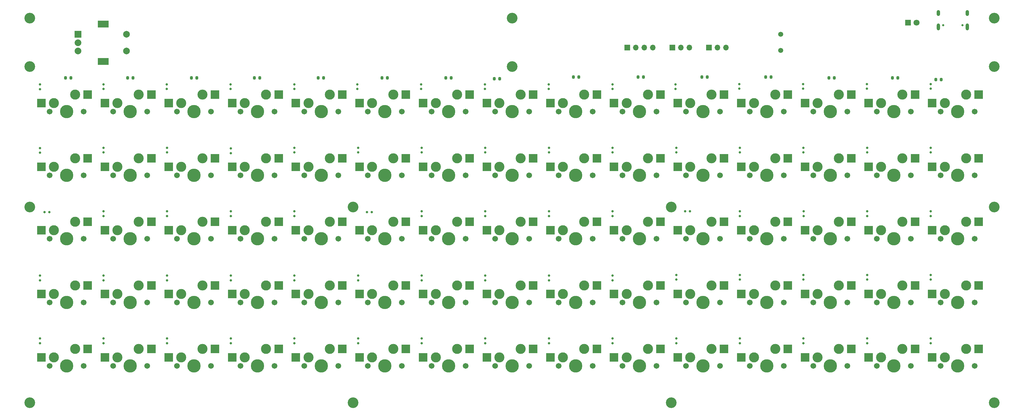
<source format=gbr>
%TF.GenerationSoftware,KiCad,Pcbnew,8.0.1*%
%TF.CreationDate,2024-06-12T21:18:42+02:00*%
%TF.ProjectId,Keyboard,4b657962-6f61-4726-942e-6b696361645f,rev?*%
%TF.SameCoordinates,Original*%
%TF.FileFunction,Soldermask,Bot*%
%TF.FilePolarity,Negative*%
%FSLAX46Y46*%
G04 Gerber Fmt 4.6, Leading zero omitted, Abs format (unit mm)*
G04 Created by KiCad (PCBNEW 8.0.1) date 2024-06-12 21:18:42*
%MOMM*%
%LPD*%
G01*
G04 APERTURE LIST*
G04 Aperture macros list*
%AMRoundRect*
0 Rectangle with rounded corners*
0 $1 Rounding radius*
0 $2 $3 $4 $5 $6 $7 $8 $9 X,Y pos of 4 corners*
0 Add a 4 corners polygon primitive as box body*
4,1,4,$2,$3,$4,$5,$6,$7,$8,$9,$2,$3,0*
0 Add four circle primitives for the rounded corners*
1,1,$1+$1,$2,$3*
1,1,$1+$1,$4,$5*
1,1,$1+$1,$6,$7*
1,1,$1+$1,$8,$9*
0 Add four rect primitives between the rounded corners*
20,1,$1+$1,$2,$3,$4,$5,0*
20,1,$1+$1,$4,$5,$6,$7,0*
20,1,$1+$1,$6,$7,$8,$9,0*
20,1,$1+$1,$8,$9,$2,$3,0*%
G04 Aperture macros list end*
%ADD10C,1.701800*%
%ADD11C,3.000000*%
%ADD12C,3.987800*%
%ADD13R,2.550000X2.500000*%
%ADD14R,1.700000X1.700000*%
%ADD15O,1.700000X1.700000*%
%ADD16C,3.200000*%
%ADD17R,2.000000X2.000000*%
%ADD18C,2.000000*%
%ADD19R,3.200000X2.000000*%
%ADD20R,1.800000X1.800000*%
%ADD21C,1.800000*%
%ADD22C,1.500000*%
%ADD23C,0.650000*%
%ADD24O,1.000000X2.100000*%
%ADD25O,1.000000X1.800000*%
%ADD26RoundRect,0.150000X0.200000X-0.150000X0.200000X0.150000X-0.200000X0.150000X-0.200000X-0.150000X0*%
%ADD27RoundRect,0.200000X-0.200000X-0.275000X0.200000X-0.275000X0.200000X0.275000X-0.200000X0.275000X0*%
%ADD28RoundRect,0.150000X0.150000X0.200000X-0.150000X0.200000X-0.150000X-0.200000X0.150000X-0.200000X0*%
G04 APERTURE END LIST*
D10*
%TO.C,SW42*%
X288940000Y-147000000D03*
D11*
X290210000Y-144460000D03*
D12*
X294020000Y-147000000D03*
D11*
X296560000Y-141920000D03*
D10*
X299100000Y-147000000D03*
D13*
X300310000Y-141920000D03*
X286460000Y-144460000D03*
%TD*%
D10*
%TO.C,SW65*%
X155940000Y-185000000D03*
D11*
X157210000Y-182460000D03*
D12*
X161020000Y-185000000D03*
D11*
X163560000Y-179920000D03*
D10*
X166100000Y-185000000D03*
D13*
X167310000Y-179920000D03*
X153460000Y-182460000D03*
%TD*%
D14*
%TO.C,J3*%
X276771000Y-89821000D03*
D15*
X279311000Y-89821000D03*
X281851000Y-89821000D03*
%TD*%
D10*
%TO.C,SW67*%
X193940000Y-185000000D03*
D11*
X195210000Y-182460000D03*
D12*
X199020000Y-185000000D03*
D11*
X201560000Y-179920000D03*
D10*
X204100000Y-185000000D03*
D13*
X205310000Y-179920000D03*
X191460000Y-182460000D03*
%TD*%
D14*
%TO.C,J2*%
X265849000Y-89821000D03*
D15*
X268389000Y-89821000D03*
X270929000Y-89821000D03*
%TD*%
D10*
%TO.C,SW27*%
X288940000Y-128000000D03*
D11*
X290210000Y-125460000D03*
D12*
X294020000Y-128000000D03*
D11*
X296560000Y-122920000D03*
D10*
X299100000Y-128000000D03*
D13*
X300310000Y-122920000D03*
X286460000Y-125460000D03*
%TD*%
D10*
%TO.C,SW21*%
X174940000Y-128000000D03*
D11*
X176210000Y-125460000D03*
D12*
X180020000Y-128000000D03*
D11*
X182560000Y-122920000D03*
D10*
X185100000Y-128000000D03*
D13*
X186310000Y-122920000D03*
X172460000Y-125460000D03*
%TD*%
D10*
%TO.C,SW4*%
X136940000Y-109000000D03*
D11*
X138210000Y-106460000D03*
D12*
X142020000Y-109000000D03*
D11*
X144560000Y-103920000D03*
D10*
X147100000Y-109000000D03*
D13*
X148310000Y-103920000D03*
X134460000Y-106460000D03*
%TD*%
D10*
%TO.C,SW29*%
X326940000Y-128000000D03*
D11*
X328210000Y-125460000D03*
D12*
X332020000Y-128000000D03*
D11*
X334560000Y-122920000D03*
D10*
X337100000Y-128000000D03*
D13*
X338310000Y-122920000D03*
X324460000Y-125460000D03*
%TD*%
D16*
%TO.C,REF\u002A\u002A*%
X170500000Y-196000000D03*
%TD*%
D10*
%TO.C,SW35*%
X155940000Y-147000000D03*
D11*
X157210000Y-144460000D03*
D12*
X161020000Y-147000000D03*
D11*
X163560000Y-141920000D03*
D10*
X166100000Y-147000000D03*
D13*
X167310000Y-141920000D03*
X153460000Y-144460000D03*
%TD*%
D10*
%TO.C,SW75*%
X345940000Y-185000000D03*
D11*
X347210000Y-182460000D03*
D12*
X351020000Y-185000000D03*
D11*
X353560000Y-179920000D03*
D10*
X356100000Y-185000000D03*
D13*
X357310000Y-179920000D03*
X343460000Y-182460000D03*
%TD*%
D10*
%TO.C,SW72*%
X288940000Y-185000000D03*
D11*
X290210000Y-182460000D03*
D12*
X294020000Y-185000000D03*
D11*
X296560000Y-179920000D03*
D10*
X299100000Y-185000000D03*
D13*
X300310000Y-179920000D03*
X286460000Y-182460000D03*
%TD*%
D10*
%TO.C,SW10*%
X250940000Y-109000000D03*
D11*
X252210000Y-106460000D03*
D12*
X256020000Y-109000000D03*
D11*
X258560000Y-103920000D03*
D10*
X261100000Y-109000000D03*
D13*
X262310000Y-103920000D03*
X248460000Y-106460000D03*
%TD*%
D10*
%TO.C,SW46*%
X79940000Y-166000000D03*
D11*
X81210000Y-163460000D03*
D12*
X85020000Y-166000000D03*
D11*
X87560000Y-160920000D03*
D10*
X90100000Y-166000000D03*
D13*
X91310000Y-160920000D03*
X77460000Y-163460000D03*
%TD*%
D10*
%TO.C,SW20*%
X155940000Y-128000000D03*
D11*
X157210000Y-125460000D03*
D12*
X161020000Y-128000000D03*
D11*
X163560000Y-122920000D03*
D10*
X166100000Y-128000000D03*
D13*
X167310000Y-122920000D03*
X153460000Y-125460000D03*
%TD*%
D10*
%TO.C,SW66*%
X174940000Y-185000000D03*
D11*
X176210000Y-182460000D03*
D12*
X180020000Y-185000000D03*
D11*
X182560000Y-179920000D03*
D10*
X185100000Y-185000000D03*
D13*
X186310000Y-179920000D03*
X172460000Y-182460000D03*
%TD*%
D10*
%TO.C,SW30*%
X345940000Y-128000000D03*
D11*
X347210000Y-125460000D03*
D12*
X351020000Y-128000000D03*
D11*
X353560000Y-122920000D03*
D10*
X356100000Y-128000000D03*
D13*
X357310000Y-122920000D03*
X343460000Y-125460000D03*
%TD*%
D10*
%TO.C,SW49*%
X136940000Y-166000000D03*
D11*
X138210000Y-163460000D03*
D12*
X142020000Y-166000000D03*
D11*
X144560000Y-160920000D03*
D10*
X147100000Y-166000000D03*
D13*
X148310000Y-160920000D03*
X134460000Y-163460000D03*
%TD*%
D16*
%TO.C,REF\u002A\u002A*%
X74000000Y-137500000D03*
%TD*%
D10*
%TO.C,SW22*%
X193940000Y-128000000D03*
D11*
X195210000Y-125460000D03*
D12*
X199020000Y-128000000D03*
D11*
X201560000Y-122920000D03*
D10*
X204100000Y-128000000D03*
D13*
X205310000Y-122920000D03*
X191460000Y-125460000D03*
%TD*%
D10*
%TO.C,SW52*%
X193940000Y-166000000D03*
D11*
X195210000Y-163460000D03*
D12*
X199020000Y-166000000D03*
D11*
X201560000Y-160920000D03*
D10*
X204100000Y-166000000D03*
D13*
X205310000Y-160920000D03*
X191460000Y-163460000D03*
%TD*%
D10*
%TO.C,SW68*%
X212940000Y-185000000D03*
D11*
X214210000Y-182460000D03*
D12*
X218020000Y-185000000D03*
D11*
X220560000Y-179920000D03*
D10*
X223100000Y-185000000D03*
D13*
X224310000Y-179920000D03*
X210460000Y-182460000D03*
%TD*%
D10*
%TO.C,SW51*%
X174940000Y-166000000D03*
D11*
X176210000Y-163460000D03*
D12*
X180020000Y-166000000D03*
D11*
X182560000Y-160920000D03*
D10*
X185100000Y-166000000D03*
D13*
X186310000Y-160920000D03*
X172460000Y-163460000D03*
%TD*%
D17*
%TO.C,SW77*%
X88404000Y-85867000D03*
D18*
X88404000Y-90867000D03*
X88404000Y-88367000D03*
D19*
X95904000Y-82767000D03*
X95904000Y-93967000D03*
D18*
X102904000Y-90867000D03*
X102904000Y-85867000D03*
%TD*%
D16*
%TO.C,REF\u002A\u002A*%
X362000000Y-81000000D03*
%TD*%
D10*
%TO.C,SW1*%
X79940000Y-109000000D03*
D11*
X81210000Y-106460000D03*
D12*
X85020000Y-109000000D03*
D11*
X87560000Y-103920000D03*
D10*
X90100000Y-109000000D03*
D13*
X91310000Y-103920000D03*
X77460000Y-106460000D03*
%TD*%
D10*
%TO.C,SW57*%
X288940000Y-166000000D03*
D11*
X290210000Y-163460000D03*
D12*
X294020000Y-166000000D03*
D11*
X296560000Y-160920000D03*
D10*
X299100000Y-166000000D03*
D13*
X300310000Y-160920000D03*
X286460000Y-163460000D03*
%TD*%
D16*
%TO.C,REF\u002A\u002A*%
X362000000Y-95500000D03*
%TD*%
D10*
%TO.C,SW32*%
X98940000Y-147000000D03*
D11*
X100210000Y-144460000D03*
D12*
X104020000Y-147000000D03*
D11*
X106560000Y-141920000D03*
D10*
X109100000Y-147000000D03*
D13*
X110310000Y-141920000D03*
X96460000Y-144460000D03*
%TD*%
D10*
%TO.C,SW18*%
X117940000Y-128000000D03*
D11*
X119210000Y-125460000D03*
D12*
X123020000Y-128000000D03*
D11*
X125560000Y-122920000D03*
D10*
X128100000Y-128000000D03*
D13*
X129310000Y-122920000D03*
X115460000Y-125460000D03*
%TD*%
D10*
%TO.C,SW16*%
X79940000Y-128000000D03*
D11*
X81210000Y-125460000D03*
D12*
X85020000Y-128000000D03*
D11*
X87560000Y-122920000D03*
D10*
X90100000Y-128000000D03*
D13*
X91310000Y-122920000D03*
X77460000Y-125460000D03*
%TD*%
D10*
%TO.C,SW56*%
X269940000Y-166000000D03*
D11*
X271210000Y-163460000D03*
D12*
X275020000Y-166000000D03*
D11*
X277560000Y-160920000D03*
D10*
X280100000Y-166000000D03*
D13*
X281310000Y-160920000D03*
X267460000Y-163460000D03*
%TD*%
D10*
%TO.C,SW24*%
X231940000Y-128000000D03*
D11*
X233210000Y-125460000D03*
D12*
X237020000Y-128000000D03*
D11*
X239560000Y-122920000D03*
D10*
X242100000Y-128000000D03*
D13*
X243310000Y-122920000D03*
X229460000Y-125460000D03*
%TD*%
D16*
%TO.C,REF\u002A\u002A*%
X218000000Y-95500000D03*
%TD*%
D10*
%TO.C,SW17*%
X98940000Y-128000000D03*
D11*
X100210000Y-125460000D03*
D12*
X104020000Y-128000000D03*
D11*
X106560000Y-122920000D03*
D10*
X109100000Y-128000000D03*
D13*
X110310000Y-122920000D03*
X96460000Y-125460000D03*
%TD*%
D10*
%TO.C,SW74*%
X326940000Y-185000000D03*
D11*
X328210000Y-182460000D03*
D12*
X332020000Y-185000000D03*
D11*
X334560000Y-179920000D03*
D10*
X337100000Y-185000000D03*
D13*
X338310000Y-179920000D03*
X324460000Y-182460000D03*
%TD*%
D16*
%TO.C,REF\u002A\u002A*%
X218000000Y-81000000D03*
%TD*%
D10*
%TO.C,SW71*%
X269940000Y-185000000D03*
D11*
X271210000Y-182460000D03*
D12*
X275020000Y-185000000D03*
D11*
X277560000Y-179920000D03*
D10*
X280100000Y-185000000D03*
D13*
X281310000Y-179920000D03*
X267460000Y-182460000D03*
%TD*%
D10*
%TO.C,SW40*%
X250940000Y-147000000D03*
D11*
X252210000Y-144460000D03*
D12*
X256020000Y-147000000D03*
D11*
X258560000Y-141920000D03*
D10*
X261100000Y-147000000D03*
D13*
X262310000Y-141920000D03*
X248460000Y-144460000D03*
%TD*%
D16*
%TO.C,REF\u002A\u002A*%
X265500000Y-137500000D03*
%TD*%
D10*
%TO.C,SW63*%
X117940000Y-185000000D03*
D11*
X119210000Y-182460000D03*
D12*
X123020000Y-185000000D03*
D11*
X125560000Y-179920000D03*
D10*
X128100000Y-185000000D03*
D13*
X129310000Y-179920000D03*
X115460000Y-182460000D03*
%TD*%
D10*
%TO.C,SW3*%
X117940000Y-109000000D03*
D11*
X119210000Y-106460000D03*
D12*
X123020000Y-109000000D03*
D11*
X125560000Y-103920000D03*
D10*
X128100000Y-109000000D03*
D13*
X129310000Y-103920000D03*
X115460000Y-106460000D03*
%TD*%
D10*
%TO.C,SW12*%
X288940000Y-109000000D03*
D11*
X290210000Y-106460000D03*
D12*
X294020000Y-109000000D03*
D11*
X296560000Y-103920000D03*
D10*
X299100000Y-109000000D03*
D13*
X300310000Y-103920000D03*
X286460000Y-106460000D03*
%TD*%
D10*
%TO.C,SW15*%
X345940000Y-109000000D03*
D11*
X347210000Y-106460000D03*
D12*
X351020000Y-109000000D03*
D11*
X353560000Y-103920000D03*
D10*
X356100000Y-109000000D03*
D13*
X357310000Y-103920000D03*
X343460000Y-106460000D03*
%TD*%
D10*
%TO.C,SW43*%
X307940000Y-147000000D03*
D11*
X309210000Y-144460000D03*
D12*
X313020000Y-147000000D03*
D11*
X315560000Y-141920000D03*
D10*
X318100000Y-147000000D03*
D13*
X319310000Y-141920000D03*
X305460000Y-144460000D03*
%TD*%
D20*
%TO.C,D76*%
X336187000Y-82398000D03*
D21*
X338727000Y-82398000D03*
%TD*%
D10*
%TO.C,SW39*%
X231940000Y-147000000D03*
D11*
X233210000Y-144460000D03*
D12*
X237020000Y-147000000D03*
D11*
X239560000Y-141920000D03*
D10*
X242100000Y-147000000D03*
D13*
X243310000Y-141920000D03*
X229460000Y-144460000D03*
%TD*%
D22*
%TO.C,Y1*%
X298247500Y-90702000D03*
X298247500Y-85822000D03*
%TD*%
D10*
%TO.C,SW31*%
X79940000Y-147000000D03*
D11*
X81210000Y-144460000D03*
D12*
X85020000Y-147000000D03*
D11*
X87560000Y-141920000D03*
D10*
X90100000Y-147000000D03*
D13*
X91310000Y-141920000D03*
X77460000Y-144460000D03*
%TD*%
D16*
%TO.C,REF\u002A\u002A*%
X74000000Y-95500000D03*
%TD*%
D10*
%TO.C,SW5*%
X155940000Y-109000000D03*
D11*
X157210000Y-106460000D03*
D12*
X161020000Y-109000000D03*
D11*
X163560000Y-103920000D03*
D10*
X166100000Y-109000000D03*
D13*
X167310000Y-103920000D03*
X153460000Y-106460000D03*
%TD*%
D10*
%TO.C,SW58*%
X307940000Y-166000000D03*
D11*
X309210000Y-163460000D03*
D12*
X313020000Y-166000000D03*
D11*
X315560000Y-160920000D03*
D10*
X318100000Y-166000000D03*
D13*
X319310000Y-160920000D03*
X305460000Y-163460000D03*
%TD*%
D10*
%TO.C,SW23*%
X212940000Y-128000000D03*
D11*
X214210000Y-125460000D03*
D12*
X218020000Y-128000000D03*
D11*
X220560000Y-122920000D03*
D10*
X223100000Y-128000000D03*
D13*
X224310000Y-122920000D03*
X210460000Y-125460000D03*
%TD*%
D16*
%TO.C,REF\u002A\u002A*%
X362000000Y-137500000D03*
%TD*%
D10*
%TO.C,SW25*%
X250940000Y-128000000D03*
D11*
X252210000Y-125460000D03*
D12*
X256020000Y-128000000D03*
D11*
X258560000Y-122920000D03*
D10*
X261100000Y-128000000D03*
D13*
X262310000Y-122920000D03*
X248460000Y-125460000D03*
%TD*%
D10*
%TO.C,SW6*%
X174940000Y-109000000D03*
D11*
X176210000Y-106460000D03*
D12*
X180020000Y-109000000D03*
D11*
X182560000Y-103920000D03*
D10*
X185100000Y-109000000D03*
D13*
X186310000Y-103920000D03*
X172460000Y-106460000D03*
%TD*%
D10*
%TO.C,SW14*%
X326940000Y-109000000D03*
D11*
X328210000Y-106460000D03*
D12*
X332020000Y-109000000D03*
D11*
X334560000Y-103920000D03*
D10*
X337100000Y-109000000D03*
D13*
X338310000Y-103920000D03*
X324460000Y-106460000D03*
%TD*%
D10*
%TO.C,SW73*%
X307940000Y-185000000D03*
D11*
X309210000Y-182460000D03*
D12*
X313020000Y-185000000D03*
D11*
X315560000Y-179920000D03*
D10*
X318100000Y-185000000D03*
D13*
X319310000Y-179920000D03*
X305460000Y-182460000D03*
%TD*%
D10*
%TO.C,SW50*%
X155940000Y-166000000D03*
D11*
X157210000Y-163460000D03*
D12*
X161020000Y-166000000D03*
D11*
X163560000Y-160920000D03*
D10*
X166100000Y-166000000D03*
D13*
X167310000Y-160920000D03*
X153460000Y-163460000D03*
%TD*%
D10*
%TO.C,SW64*%
X136940000Y-185000000D03*
D11*
X138210000Y-182460000D03*
D12*
X142020000Y-185000000D03*
D11*
X144560000Y-179920000D03*
D10*
X147100000Y-185000000D03*
D13*
X148310000Y-179920000D03*
X134460000Y-182460000D03*
%TD*%
D10*
%TO.C,SW48*%
X117940000Y-166000000D03*
D11*
X119210000Y-163460000D03*
D12*
X123020000Y-166000000D03*
D11*
X125560000Y-160920000D03*
D10*
X128100000Y-166000000D03*
D13*
X129310000Y-160920000D03*
X115460000Y-163460000D03*
%TD*%
D16*
%TO.C,REF\u002A\u002A*%
X170500000Y-137500000D03*
%TD*%
D10*
%TO.C,SW8*%
X212940000Y-109000000D03*
D11*
X214210000Y-106460000D03*
D12*
X218020000Y-109000000D03*
D11*
X220560000Y-103920000D03*
D10*
X223100000Y-109000000D03*
D13*
X224310000Y-103920000D03*
X210460000Y-106460000D03*
%TD*%
D10*
%TO.C,SW70*%
X250940000Y-185000000D03*
D11*
X252210000Y-182460000D03*
D12*
X256020000Y-185000000D03*
D11*
X258560000Y-179920000D03*
D10*
X261100000Y-185000000D03*
D13*
X262310000Y-179920000D03*
X248460000Y-182460000D03*
%TD*%
D10*
%TO.C,SW36*%
X174940000Y-147000000D03*
D11*
X176210000Y-144460000D03*
D12*
X180020000Y-147000000D03*
D11*
X182560000Y-141920000D03*
D10*
X185100000Y-147000000D03*
D13*
X186310000Y-141920000D03*
X172460000Y-144460000D03*
%TD*%
D10*
%TO.C,SW59*%
X326940000Y-166000000D03*
D11*
X328210000Y-163460000D03*
D12*
X332020000Y-166000000D03*
D11*
X334560000Y-160920000D03*
D10*
X337100000Y-166000000D03*
D13*
X338310000Y-160920000D03*
X324460000Y-163460000D03*
%TD*%
D10*
%TO.C,SW61*%
X79920000Y-185000000D03*
D11*
X81190000Y-182460000D03*
D12*
X85000000Y-185000000D03*
D11*
X87540000Y-179920000D03*
D10*
X90080000Y-185000000D03*
D13*
X91290000Y-179920000D03*
X77440000Y-182460000D03*
%TD*%
D10*
%TO.C,SW60*%
X345940000Y-166000000D03*
D11*
X347210000Y-163460000D03*
D12*
X351020000Y-166000000D03*
D11*
X353560000Y-160920000D03*
D10*
X356100000Y-166000000D03*
D13*
X357310000Y-160920000D03*
X343460000Y-163460000D03*
%TD*%
D10*
%TO.C,SW33*%
X117940000Y-147000000D03*
D11*
X119210000Y-144460000D03*
D12*
X123020000Y-147000000D03*
D11*
X125560000Y-141920000D03*
D10*
X128100000Y-147000000D03*
D13*
X129310000Y-141920000D03*
X115460000Y-144460000D03*
%TD*%
D10*
%TO.C,SW62*%
X98940000Y-185000000D03*
D11*
X100210000Y-182460000D03*
D12*
X104020000Y-185000000D03*
D11*
X106560000Y-179920000D03*
D10*
X109100000Y-185000000D03*
D13*
X110310000Y-179920000D03*
X96460000Y-182460000D03*
%TD*%
D10*
%TO.C,SW37*%
X193940000Y-147000000D03*
D11*
X195210000Y-144460000D03*
D12*
X199020000Y-147000000D03*
D11*
X201560000Y-141920000D03*
D10*
X204100000Y-147000000D03*
D13*
X205310000Y-141920000D03*
X191460000Y-144460000D03*
%TD*%
D10*
%TO.C,SW28*%
X307940000Y-128000000D03*
D11*
X309210000Y-125460000D03*
D12*
X313020000Y-128000000D03*
D11*
X315560000Y-122920000D03*
D10*
X318100000Y-128000000D03*
D13*
X319310000Y-122920000D03*
X305460000Y-125460000D03*
%TD*%
D10*
%TO.C,SW41*%
X269940000Y-147000000D03*
D11*
X271210000Y-144460000D03*
D12*
X275020000Y-147000000D03*
D11*
X277560000Y-141920000D03*
D10*
X280100000Y-147000000D03*
D13*
X281310000Y-141920000D03*
X267460000Y-144460000D03*
%TD*%
D10*
%TO.C,SW13*%
X307940000Y-109000000D03*
D11*
X309210000Y-106460000D03*
D12*
X313020000Y-109000000D03*
D11*
X315560000Y-103920000D03*
D10*
X318100000Y-109000000D03*
D13*
X319310000Y-103920000D03*
X305460000Y-106460000D03*
%TD*%
D10*
%TO.C,SW34*%
X136940000Y-147000000D03*
D11*
X138210000Y-144460000D03*
D12*
X142020000Y-147000000D03*
D11*
X144560000Y-141920000D03*
D10*
X147100000Y-147000000D03*
D13*
X148310000Y-141920000D03*
X134460000Y-144460000D03*
%TD*%
D10*
%TO.C,SW53*%
X212940000Y-166000000D03*
D11*
X214210000Y-163460000D03*
D12*
X218020000Y-166000000D03*
D11*
X220560000Y-160920000D03*
D10*
X223100000Y-166000000D03*
D13*
X224310000Y-160920000D03*
X210460000Y-163460000D03*
%TD*%
D16*
%TO.C,REF\u002A\u002A*%
X74000000Y-81000000D03*
%TD*%
D10*
%TO.C,SW54*%
X231940000Y-166000000D03*
D11*
X233210000Y-163460000D03*
D12*
X237020000Y-166000000D03*
D11*
X239560000Y-160920000D03*
D10*
X242100000Y-166000000D03*
D13*
X243310000Y-160920000D03*
X229460000Y-163460000D03*
%TD*%
D16*
%TO.C,REF\u002A\u002A*%
X362000000Y-196000000D03*
%TD*%
%TO.C,REF\u002A\u002A*%
X265500000Y-196000000D03*
%TD*%
D23*
%TO.C,J1*%
X352500000Y-83180000D03*
X346720000Y-83180000D03*
D24*
X353930000Y-83680000D03*
D25*
X353930000Y-79500000D03*
D24*
X345290000Y-83680000D03*
D25*
X345290000Y-79500000D03*
%TD*%
D10*
%TO.C,SW45*%
X345940000Y-147000000D03*
D11*
X347210000Y-144460000D03*
D12*
X351020000Y-147000000D03*
D11*
X353560000Y-141920000D03*
D10*
X356100000Y-147000000D03*
D13*
X357310000Y-141920000D03*
X343460000Y-144460000D03*
%TD*%
D16*
%TO.C,REF\u002A\u002A*%
X74000000Y-196000000D03*
%TD*%
D10*
%TO.C,SW2*%
X98940000Y-109000000D03*
D11*
X100210000Y-106460000D03*
D12*
X104020000Y-109000000D03*
D11*
X106560000Y-103920000D03*
D10*
X109100000Y-109000000D03*
D13*
X110310000Y-103920000D03*
X96460000Y-106460000D03*
%TD*%
D10*
%TO.C,SW19*%
X136940000Y-128000000D03*
D11*
X138210000Y-125460000D03*
D12*
X142020000Y-128000000D03*
D11*
X144560000Y-122920000D03*
D10*
X147100000Y-128000000D03*
D13*
X148310000Y-122920000D03*
X134460000Y-125460000D03*
%TD*%
D14*
%TO.C,J4*%
X252382000Y-89821000D03*
D15*
X254922000Y-89821000D03*
X257462000Y-89821000D03*
X260002000Y-89821000D03*
%TD*%
D10*
%TO.C,SW11*%
X269940000Y-109000000D03*
D11*
X271210000Y-106460000D03*
D12*
X275020000Y-109000000D03*
D11*
X277560000Y-103920000D03*
D10*
X280100000Y-109000000D03*
D13*
X281310000Y-103920000D03*
X267460000Y-106460000D03*
%TD*%
D10*
%TO.C,SW47*%
X98940000Y-166000000D03*
D11*
X100210000Y-163460000D03*
D12*
X104020000Y-166000000D03*
D11*
X106560000Y-160920000D03*
D10*
X109100000Y-166000000D03*
D13*
X110310000Y-160920000D03*
X96460000Y-163460000D03*
%TD*%
D10*
%TO.C,SW26*%
X269940000Y-128000000D03*
D11*
X271210000Y-125460000D03*
D12*
X275020000Y-128000000D03*
D11*
X277560000Y-122920000D03*
D10*
X280100000Y-128000000D03*
D13*
X281310000Y-122920000D03*
X267460000Y-125460000D03*
%TD*%
D10*
%TO.C,SW55*%
X250940000Y-166000000D03*
D11*
X252210000Y-163460000D03*
D12*
X256020000Y-166000000D03*
D11*
X258560000Y-160920000D03*
D10*
X261100000Y-166000000D03*
D13*
X262310000Y-160920000D03*
X248460000Y-163460000D03*
%TD*%
D10*
%TO.C,SW38*%
X212940000Y-147000000D03*
D11*
X214210000Y-144460000D03*
D12*
X218020000Y-147000000D03*
D11*
X220560000Y-141920000D03*
D10*
X223100000Y-147000000D03*
D13*
X224310000Y-141920000D03*
X210460000Y-144460000D03*
%TD*%
D10*
%TO.C,SW9*%
X231940000Y-109000000D03*
D11*
X233210000Y-106460000D03*
D12*
X237020000Y-109000000D03*
D11*
X239560000Y-103920000D03*
D10*
X242100000Y-109000000D03*
D13*
X243310000Y-103920000D03*
X229460000Y-106460000D03*
%TD*%
D10*
%TO.C,SW69*%
X231940000Y-185000000D03*
D11*
X233210000Y-182460000D03*
D12*
X237020000Y-185000000D03*
D11*
X239560000Y-179920000D03*
D10*
X242100000Y-185000000D03*
D13*
X243310000Y-179920000D03*
X229460000Y-182460000D03*
%TD*%
D10*
%TO.C,SW44*%
X326940000Y-147000000D03*
D11*
X328210000Y-144460000D03*
D12*
X332020000Y-147000000D03*
D11*
X334560000Y-141920000D03*
D10*
X337100000Y-147000000D03*
D13*
X338310000Y-141920000D03*
X324460000Y-144460000D03*
%TD*%
D10*
%TO.C,SW7*%
X193940000Y-109000000D03*
D11*
X195210000Y-106460000D03*
D12*
X199020000Y-109000000D03*
D11*
X201560000Y-103920000D03*
D10*
X204100000Y-109000000D03*
D13*
X205310000Y-103920000D03*
X191460000Y-106460000D03*
%TD*%
D26*
%TO.C,D11*%
X266822000Y-100796000D03*
X266822000Y-102196000D03*
%TD*%
%TO.C,D65*%
X153020000Y-176800000D03*
X153020000Y-178200000D03*
%TD*%
%TO.C,D15*%
X343022000Y-100734000D03*
X343022000Y-102134000D03*
%TD*%
%TO.C,D54*%
X229020000Y-158000000D03*
X229020000Y-159400000D03*
%TD*%
%TO.C,D69*%
X229020000Y-176800000D03*
X229020000Y-178200000D03*
%TD*%
%TO.C,D71*%
X267020000Y-176800000D03*
X267020000Y-178200000D03*
%TD*%
%TO.C,D73*%
X305020000Y-176800000D03*
X305020000Y-178200000D03*
%TD*%
%TO.C,D49*%
X134020000Y-158000000D03*
X134020000Y-159400000D03*
%TD*%
%TO.C,D53*%
X210020000Y-158000000D03*
X210020000Y-159400000D03*
%TD*%
D27*
%TO.C,R10*%
X160107000Y-98908000D03*
X161757000Y-98908000D03*
%TD*%
%TO.C,R18*%
X312570000Y-98908000D03*
X314220000Y-98908000D03*
%TD*%
D26*
%TO.C,D30*%
X343020000Y-119800000D03*
X343020000Y-121200000D03*
%TD*%
%TO.C,D38*%
X210020000Y-138800000D03*
X210020000Y-140200000D03*
%TD*%
D28*
%TO.C,D36*%
X174710000Y-139040000D03*
X176110000Y-139040000D03*
%TD*%
D26*
%TO.C,D12*%
X285872000Y-100734000D03*
X285872000Y-102134000D03*
%TD*%
%TO.C,D32*%
X96020000Y-138800000D03*
X96020000Y-140200000D03*
%TD*%
D27*
%TO.C,R11*%
X179157000Y-98908000D03*
X180807000Y-98908000D03*
%TD*%
%TO.C,R16*%
X274661000Y-98654000D03*
X276311000Y-98654000D03*
%TD*%
D26*
%TO.C,D13*%
X304922000Y-100734000D03*
X304922000Y-102134000D03*
%TD*%
%TO.C,D9*%
X228976000Y-100796000D03*
X228976000Y-102196000D03*
%TD*%
%TO.C,D34*%
X134020000Y-138800000D03*
X134020000Y-140200000D03*
%TD*%
%TO.C,D42*%
X286020000Y-138800000D03*
X286020000Y-140200000D03*
%TD*%
%TO.C,D20*%
X153020000Y-119800000D03*
X153020000Y-121200000D03*
%TD*%
%TO.C,D50*%
X153020000Y-158000000D03*
X153020000Y-159400000D03*
%TD*%
%TO.C,D14*%
X323972000Y-100734000D03*
X323972000Y-102134000D03*
%TD*%
D27*
%TO.C,R6*%
X84669000Y-98908000D03*
X86319000Y-98908000D03*
%TD*%
D26*
%TO.C,D23*%
X210020000Y-119800000D03*
X210020000Y-121200000D03*
%TD*%
%TO.C,D68*%
X210020000Y-176800000D03*
X210020000Y-178200000D03*
%TD*%
%TO.C,D43*%
X305070000Y-138800000D03*
X305070000Y-140200000D03*
%TD*%
%TO.C,D10*%
X248026000Y-100796000D03*
X248026000Y-102196000D03*
%TD*%
%TO.C,D24*%
X229020000Y-119800000D03*
X229020000Y-121200000D03*
%TD*%
%TO.C,D51*%
X172020000Y-158000000D03*
X172020000Y-159400000D03*
%TD*%
%TO.C,D29*%
X324020000Y-119800000D03*
X324020000Y-121200000D03*
%TD*%
%TO.C,D27*%
X286020000Y-119800000D03*
X286020000Y-121200000D03*
%TD*%
%TO.C,D21*%
X172020000Y-119800000D03*
X172020000Y-121200000D03*
%TD*%
%TO.C,D58*%
X305020000Y-157800000D03*
X305020000Y-159200000D03*
%TD*%
%TO.C,D33*%
X115020000Y-138800000D03*
X115020000Y-140200000D03*
%TD*%
%TO.C,D17*%
X96020000Y-119800000D03*
X96020000Y-121200000D03*
%TD*%
%TO.C,D55*%
X248020000Y-158000000D03*
X248020000Y-159400000D03*
%TD*%
%TO.C,D52*%
X191020000Y-158000000D03*
X191020000Y-159400000D03*
%TD*%
%TO.C,D7*%
X190876000Y-100796000D03*
X190876000Y-102196000D03*
%TD*%
D27*
%TO.C,R14*%
X236307000Y-98654000D03*
X237957000Y-98654000D03*
%TD*%
D26*
%TO.C,D5*%
X153030000Y-100796000D03*
X153030000Y-102196000D03*
%TD*%
%TO.C,D46*%
X77070000Y-158000000D03*
X77070000Y-159400000D03*
%TD*%
D27*
%TO.C,R15*%
X255611000Y-98654000D03*
X257261000Y-98654000D03*
%TD*%
D26*
%TO.C,D22*%
X191020000Y-119800000D03*
X191020000Y-121200000D03*
%TD*%
%TO.C,D63*%
X115020000Y-176800000D03*
X115020000Y-178200000D03*
%TD*%
%TO.C,D35*%
X153020000Y-138800000D03*
X153020000Y-140200000D03*
%TD*%
%TO.C,D47*%
X96020000Y-158000000D03*
X96020000Y-159400000D03*
%TD*%
D27*
%TO.C,R13*%
X212685000Y-99162000D03*
X214335000Y-99162000D03*
%TD*%
%TO.C,R20*%
X344511000Y-99416000D03*
X346161000Y-99416000D03*
%TD*%
D26*
%TO.C,D18*%
X115020000Y-119800000D03*
X115020000Y-121200000D03*
%TD*%
%TO.C,D28*%
X305020000Y-119800000D03*
X305020000Y-121200000D03*
%TD*%
%TO.C,D19*%
X134020000Y-120000000D03*
X134020000Y-121400000D03*
%TD*%
%TO.C,D67*%
X191020000Y-176800000D03*
X191020000Y-178200000D03*
%TD*%
%TO.C,D62*%
X96020000Y-176800000D03*
X96020000Y-178200000D03*
%TD*%
%TO.C,D60*%
X343020000Y-157800000D03*
X343020000Y-159200000D03*
%TD*%
%TO.C,D57*%
X286020000Y-157800000D03*
X286020000Y-159200000D03*
%TD*%
%TO.C,D64*%
X134020000Y-176800000D03*
X134020000Y-178200000D03*
%TD*%
%TO.C,D48*%
X115020000Y-158000000D03*
X115020000Y-159400000D03*
%TD*%
%TO.C,D39*%
X229020000Y-138800000D03*
X229020000Y-140200000D03*
%TD*%
%TO.C,D1*%
X77020000Y-100858000D03*
X77020000Y-102258000D03*
%TD*%
D27*
%TO.C,R9*%
X141057000Y-98908000D03*
X142707000Y-98908000D03*
%TD*%
D26*
%TO.C,D75*%
X343020000Y-176800000D03*
X343020000Y-178200000D03*
%TD*%
%TO.C,D4*%
X133980000Y-100796000D03*
X133980000Y-102196000D03*
%TD*%
%TO.C,D16*%
X77084000Y-119846000D03*
X77084000Y-121246000D03*
%TD*%
D27*
%TO.C,R19*%
X331557000Y-98908000D03*
X333207000Y-98908000D03*
%TD*%
%TO.C,R8*%
X122261000Y-98908000D03*
X123911000Y-98908000D03*
%TD*%
D26*
%TO.C,D61*%
X77020000Y-176800000D03*
X77020000Y-178200000D03*
%TD*%
%TO.C,D8*%
X209926000Y-100796000D03*
X209926000Y-102196000D03*
%TD*%
%TO.C,D3*%
X114930000Y-100796000D03*
X114930000Y-102196000D03*
%TD*%
%TO.C,D6*%
X171826000Y-100796000D03*
X171826000Y-102196000D03*
%TD*%
D28*
%TO.C,D41*%
X269706000Y-138786000D03*
X271106000Y-138786000D03*
%TD*%
D26*
%TO.C,D37*%
X191020000Y-138800000D03*
X191020000Y-140200000D03*
%TD*%
D28*
%TO.C,D31*%
X78444000Y-139040000D03*
X79844000Y-139040000D03*
%TD*%
D26*
%TO.C,D72*%
X286020000Y-176800000D03*
X286020000Y-178200000D03*
%TD*%
D27*
%TO.C,R7*%
X103211000Y-98908000D03*
X104861000Y-98908000D03*
%TD*%
%TO.C,R12*%
X198207000Y-98908000D03*
X199857000Y-98908000D03*
%TD*%
D26*
%TO.C,D70*%
X248020000Y-176800000D03*
X248020000Y-178200000D03*
%TD*%
%TO.C,D59*%
X324020000Y-157800000D03*
X324020000Y-159200000D03*
%TD*%
%TO.C,D2*%
X96020000Y-100796000D03*
X96020000Y-102196000D03*
%TD*%
%TO.C,D56*%
X267020000Y-157800000D03*
X267020000Y-159200000D03*
%TD*%
%TO.C,D44*%
X324020000Y-138800000D03*
X324020000Y-140200000D03*
%TD*%
%TO.C,D25*%
X248020000Y-119800000D03*
X248020000Y-121200000D03*
%TD*%
D27*
%TO.C,R17*%
X293711000Y-98654000D03*
X295361000Y-98654000D03*
%TD*%
D26*
%TO.C,D66*%
X172020000Y-176800000D03*
X172020000Y-178200000D03*
%TD*%
%TO.C,D26*%
X267020000Y-119800000D03*
X267020000Y-121200000D03*
%TD*%
%TO.C,D40*%
X248020000Y-138800000D03*
X248020000Y-140200000D03*
%TD*%
%TO.C,D74*%
X324020000Y-176800000D03*
X324020000Y-178200000D03*
%TD*%
%TO.C,D45*%
X343020000Y-138800000D03*
X343020000Y-140200000D03*
%TD*%
M02*

</source>
